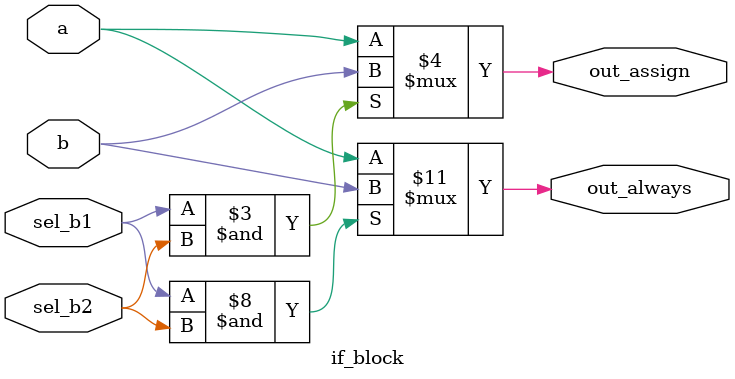
<source format=v>


module if_block(
    input a,
    input b,
    input sel_b1,
    input sel_b2,
    output wire out_assign,
    output reg out_always   ); 
	
    assign out_assign = (sel_b1 == 1'b1 & sel_b2 == 1'b1) ? b : a;
    
    always @(*)
        begin
            if((sel_b1 == 1'b1 & sel_b2 == 1'b1) == 1'b1)
                begin
                    out_always <= b;
                end
            else
                begin
                    out_always <= a;
                end
        end
endmodule

</source>
